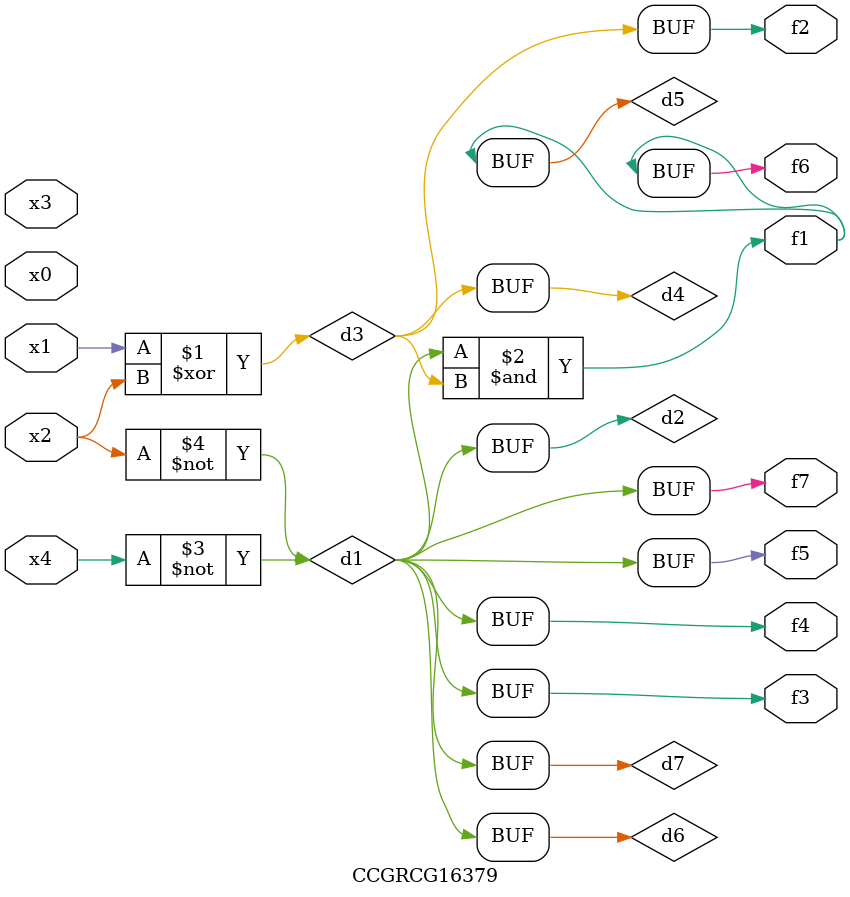
<source format=v>
module CCGRCG16379(
	input x0, x1, x2, x3, x4,
	output f1, f2, f3, f4, f5, f6, f7
);

	wire d1, d2, d3, d4, d5, d6, d7;

	not (d1, x4);
	not (d2, x2);
	xor (d3, x1, x2);
	buf (d4, d3);
	and (d5, d1, d3);
	buf (d6, d1, d2);
	buf (d7, d2);
	assign f1 = d5;
	assign f2 = d4;
	assign f3 = d7;
	assign f4 = d7;
	assign f5 = d7;
	assign f6 = d5;
	assign f7 = d7;
endmodule

</source>
